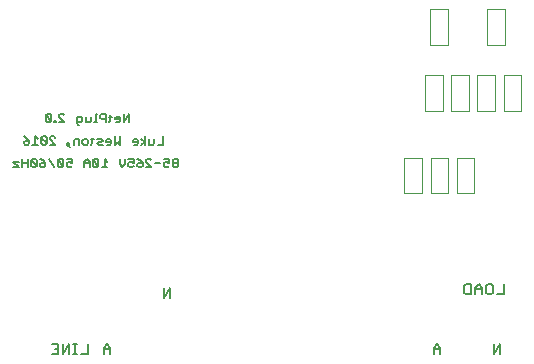
<source format=gbo>
G75*
%MOIN*%
%OFA0B0*%
%FSLAX24Y24*%
%IPPOS*%
%LPD*%
%AMOC8*
5,1,8,0,0,1.08239X$1,22.5*
%
%ADD10C,0.0050*%
%ADD11C,0.0060*%
%ADD12C,0.0039*%
D10*
X003878Y007275D02*
X004058Y007275D01*
X003878Y007455D01*
X004058Y007455D01*
X004173Y007410D02*
X004353Y007410D01*
X004353Y007275D02*
X004353Y007545D01*
X004468Y007500D02*
X004648Y007320D01*
X004603Y007275D01*
X004513Y007275D01*
X004468Y007320D01*
X004468Y007500D01*
X004513Y007545D01*
X004603Y007545D01*
X004648Y007500D01*
X004648Y007320D01*
X004762Y007320D02*
X004762Y007365D01*
X004807Y007410D01*
X004942Y007410D01*
X004942Y007320D01*
X004897Y007275D01*
X004807Y007275D01*
X004762Y007320D01*
X004852Y007500D02*
X004762Y007545D01*
X004852Y007500D02*
X004942Y007410D01*
X005057Y007545D02*
X005237Y007275D01*
X005352Y007320D02*
X005397Y007275D01*
X005487Y007275D01*
X005532Y007320D01*
X005352Y007500D01*
X005352Y007320D01*
X005532Y007320D02*
X005532Y007500D01*
X005487Y007545D01*
X005397Y007545D01*
X005352Y007500D01*
X005646Y007545D02*
X005826Y007545D01*
X005826Y007410D01*
X005736Y007455D01*
X005691Y007455D01*
X005646Y007410D01*
X005646Y007320D01*
X005691Y007275D01*
X005781Y007275D01*
X005826Y007320D01*
X006236Y007275D02*
X006236Y007455D01*
X006326Y007545D01*
X006416Y007455D01*
X006416Y007275D01*
X006530Y007320D02*
X006575Y007275D01*
X006665Y007275D01*
X006710Y007320D01*
X006530Y007500D01*
X006530Y007320D01*
X006416Y007410D02*
X006236Y007410D01*
X006530Y007500D02*
X006575Y007545D01*
X006665Y007545D01*
X006710Y007500D01*
X006710Y007320D01*
X006825Y007275D02*
X007005Y007275D01*
X006915Y007275D02*
X006915Y007545D01*
X007005Y007455D01*
X007414Y007365D02*
X007504Y007275D01*
X007594Y007365D01*
X007594Y007545D01*
X007709Y007545D02*
X007889Y007545D01*
X007889Y007410D01*
X007799Y007455D01*
X007754Y007455D01*
X007709Y007410D01*
X007709Y007320D01*
X007754Y007275D01*
X007844Y007275D01*
X007889Y007320D01*
X008003Y007320D02*
X008048Y007275D01*
X008139Y007275D01*
X008184Y007320D01*
X008184Y007410D01*
X008048Y007410D01*
X008003Y007365D01*
X008003Y007320D01*
X008094Y007500D02*
X008184Y007410D01*
X008298Y007455D02*
X008298Y007500D01*
X008343Y007545D01*
X008433Y007545D01*
X008478Y007500D01*
X008593Y007410D02*
X008773Y007410D01*
X008887Y007410D02*
X008932Y007455D01*
X008977Y007455D01*
X009068Y007410D01*
X009068Y007545D01*
X008887Y007545D01*
X008887Y007410D02*
X008887Y007320D01*
X008932Y007275D01*
X009023Y007275D01*
X009068Y007320D01*
X009182Y007320D02*
X009227Y007275D01*
X009317Y007275D01*
X009362Y007320D01*
X009362Y007365D01*
X009317Y007410D01*
X009227Y007410D01*
X009182Y007365D01*
X009182Y007320D01*
X009227Y007410D02*
X009182Y007455D01*
X009182Y007500D01*
X009227Y007545D01*
X009317Y007545D01*
X009362Y007500D01*
X009362Y007455D01*
X009317Y007410D01*
X008478Y007275D02*
X008298Y007455D01*
X008094Y007500D02*
X008003Y007545D01*
X008298Y007275D02*
X008478Y007275D01*
X007414Y007365D02*
X007414Y007545D01*
X007438Y008025D02*
X007348Y008115D01*
X007258Y008025D01*
X007258Y008295D01*
X007143Y008160D02*
X007098Y008205D01*
X007008Y008205D01*
X006963Y008160D01*
X006963Y008115D01*
X007143Y008115D01*
X007143Y008070D02*
X007143Y008160D01*
X007143Y008070D02*
X007098Y008025D01*
X007008Y008025D01*
X006849Y008025D02*
X006714Y008025D01*
X006669Y008070D01*
X006714Y008115D01*
X006804Y008115D01*
X006849Y008160D01*
X006804Y008205D01*
X006669Y008205D01*
X006554Y008205D02*
X006464Y008205D01*
X006509Y008250D02*
X006509Y008070D01*
X006464Y008025D01*
X006358Y008070D02*
X006358Y008160D01*
X006313Y008205D01*
X006223Y008205D01*
X006178Y008160D01*
X006178Y008070D01*
X006223Y008025D01*
X006313Y008025D01*
X006358Y008070D01*
X006063Y008025D02*
X006063Y008205D01*
X005928Y008205D01*
X005883Y008160D01*
X005883Y008025D01*
X005768Y007935D02*
X005678Y008025D01*
X005723Y008025D01*
X005723Y008070D01*
X005678Y008070D01*
X005678Y008025D01*
X005277Y008025D02*
X005097Y008205D01*
X005097Y008250D01*
X005142Y008295D01*
X005232Y008295D01*
X005277Y008250D01*
X005277Y008025D02*
X005097Y008025D01*
X004983Y008070D02*
X004802Y008250D01*
X004802Y008070D01*
X004848Y008025D01*
X004938Y008025D01*
X004983Y008070D01*
X004983Y008250D01*
X004938Y008295D01*
X004848Y008295D01*
X004802Y008250D01*
X004688Y008205D02*
X004598Y008295D01*
X004598Y008025D01*
X004688Y008025D02*
X004508Y008025D01*
X004393Y008070D02*
X004348Y008025D01*
X004258Y008025D01*
X004213Y008070D01*
X004213Y008115D01*
X004258Y008160D01*
X004393Y008160D01*
X004393Y008070D01*
X004393Y008160D02*
X004303Y008250D01*
X004213Y008295D01*
X004954Y008820D02*
X004999Y008775D01*
X005089Y008775D01*
X005134Y008820D01*
X004954Y009000D01*
X004954Y008820D01*
X005134Y008820D02*
X005134Y009000D01*
X005089Y009045D01*
X004999Y009045D01*
X004954Y009000D01*
X005237Y008820D02*
X005237Y008775D01*
X005282Y008775D01*
X005282Y008820D01*
X005237Y008820D01*
X005396Y008775D02*
X005576Y008775D01*
X005396Y008955D01*
X005396Y009000D01*
X005441Y009045D01*
X005531Y009045D01*
X005576Y009000D01*
X005986Y008955D02*
X005986Y008730D01*
X006031Y008685D01*
X006076Y008685D01*
X006121Y008775D02*
X005986Y008775D01*
X006121Y008775D02*
X006166Y008820D01*
X006166Y008910D01*
X006121Y008955D01*
X005986Y008955D01*
X006280Y008955D02*
X006280Y008775D01*
X006415Y008775D01*
X006460Y008820D01*
X006460Y008955D01*
X006612Y009045D02*
X006612Y008775D01*
X006657Y008775D02*
X006567Y008775D01*
X006771Y008910D02*
X006816Y008865D01*
X006951Y008865D01*
X006951Y008775D02*
X006951Y009045D01*
X006816Y009045D01*
X006771Y009000D01*
X006771Y008910D01*
X006657Y009045D02*
X006612Y009045D01*
X007058Y008955D02*
X007148Y008955D01*
X007103Y009000D02*
X007103Y008820D01*
X007058Y008775D01*
X007262Y008865D02*
X007443Y008865D01*
X007443Y008820D02*
X007443Y008910D01*
X007398Y008955D01*
X007307Y008955D01*
X007262Y008910D01*
X007262Y008865D01*
X007307Y008775D02*
X007398Y008775D01*
X007443Y008820D01*
X007557Y008775D02*
X007557Y009045D01*
X007737Y009045D02*
X007557Y008775D01*
X007737Y008775D02*
X007737Y009045D01*
X007438Y008295D02*
X007438Y008025D01*
X007847Y008115D02*
X007847Y008160D01*
X007892Y008205D01*
X007982Y008205D01*
X008027Y008160D01*
X008027Y008070D01*
X007982Y008025D01*
X007892Y008025D01*
X007847Y008115D02*
X008027Y008115D01*
X008138Y008025D02*
X008273Y008115D01*
X008138Y008205D01*
X008273Y008295D02*
X008273Y008025D01*
X008387Y008025D02*
X008387Y008205D01*
X008387Y008025D02*
X008523Y008025D01*
X008568Y008070D01*
X008568Y008205D01*
X008682Y008025D02*
X008862Y008025D01*
X008862Y008295D01*
X004173Y007545D02*
X004173Y007275D01*
D11*
X005148Y001030D02*
X005375Y001030D01*
X005375Y001370D01*
X005148Y001370D01*
X005262Y001200D02*
X005375Y001200D01*
X005516Y001030D02*
X005516Y001370D01*
X005743Y001370D02*
X005516Y001030D01*
X005743Y001030D02*
X005743Y001370D01*
X005875Y001370D02*
X005989Y001370D01*
X005932Y001370D02*
X005932Y001030D01*
X005989Y001030D02*
X005875Y001030D01*
X006130Y001030D02*
X006357Y001030D01*
X006357Y001370D01*
X006880Y001257D02*
X006880Y001030D01*
X006880Y001200D02*
X007107Y001200D01*
X007107Y001257D02*
X006994Y001370D01*
X006880Y001257D01*
X007107Y001257D02*
X007107Y001030D01*
X008880Y002905D02*
X008880Y003245D01*
X009107Y003245D02*
X008880Y002905D01*
X009107Y002905D02*
X009107Y003245D01*
X017880Y001257D02*
X017880Y001030D01*
X017880Y001200D02*
X018107Y001200D01*
X018107Y001257D02*
X017994Y001370D01*
X017880Y001257D01*
X018107Y001257D02*
X018107Y001030D01*
X019880Y001030D02*
X019880Y001370D01*
X020107Y001370D02*
X019880Y001030D01*
X020107Y001030D02*
X020107Y001370D01*
X020005Y003030D02*
X020232Y003030D01*
X020232Y003370D01*
X019864Y003314D02*
X019864Y003087D01*
X019807Y003030D01*
X019694Y003030D01*
X019637Y003087D01*
X019637Y003314D01*
X019694Y003370D01*
X019807Y003370D01*
X019864Y003314D01*
X019496Y003257D02*
X019496Y003030D01*
X019496Y003200D02*
X019269Y003200D01*
X019269Y003257D02*
X019269Y003030D01*
X019127Y003030D02*
X018957Y003030D01*
X018900Y003087D01*
X018900Y003314D01*
X018957Y003370D01*
X019127Y003370D01*
X019127Y003030D01*
X019269Y003257D02*
X019382Y003370D01*
X019496Y003257D01*
D12*
X019245Y006409D02*
X018654Y006409D01*
X018654Y007591D01*
X019245Y007591D01*
X019245Y006409D01*
X018370Y006409D02*
X017779Y006409D01*
X017779Y007591D01*
X018370Y007591D01*
X018370Y006409D01*
X017495Y006409D02*
X017495Y007591D01*
X016904Y007591D01*
X016904Y006409D01*
X017495Y006409D01*
X017592Y009159D02*
X018182Y009159D01*
X018182Y010341D01*
X017592Y010341D01*
X017592Y009159D01*
X018467Y009159D02*
X019057Y009159D01*
X019057Y010341D01*
X018467Y010341D01*
X018467Y009159D01*
X019342Y009159D02*
X019932Y009159D01*
X019932Y010341D01*
X019342Y010341D01*
X019342Y009159D01*
X020217Y009159D02*
X020807Y009159D01*
X020807Y010341D01*
X020217Y010341D01*
X020217Y009159D01*
X020257Y011347D02*
X019667Y011347D01*
X019667Y012528D01*
X020257Y012528D01*
X020257Y011347D01*
X018357Y011347D02*
X017767Y011347D01*
X017767Y012528D01*
X018357Y012528D01*
X018357Y011347D01*
M02*

</source>
